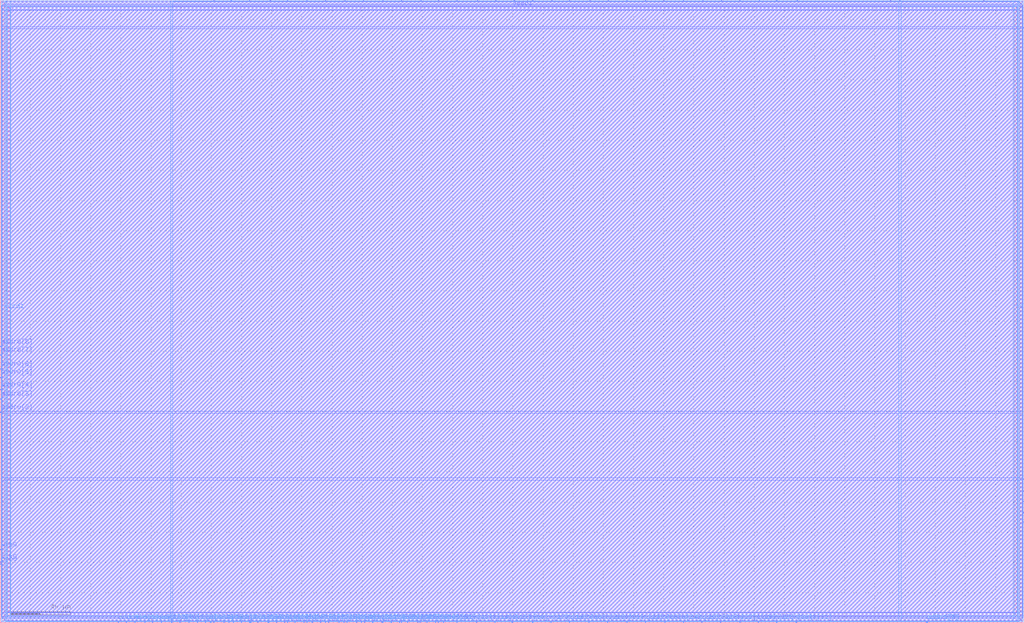
<source format=lef>
VERSION 5.4 ;
NAMESCASESENSITIVE ON ;
BUSBITCHARS "[]" ;
DIVIDERCHAR "/" ;
UNITS
  DATABASE MICRONS 2000 ;
END UNITS
MACRO sky130_sram_2kbyte_1rw1r_32x512_8
   CLASS BLOCK ;
   SIZE 679.02 BY 413.14 ;
   SYMMETRY X Y R90 ;
   PIN din0[0]
      DIRECTION INPUT ;
      PORT
         LAYER met4 ;
         RECT  113.56 0.0 113.94 0.38 ;
      END
   END din0[0]
   PIN din0[1]
      DIRECTION INPUT ;
      PORT
         LAYER met4 ;
         RECT  119.0 0.0 119.38 0.38 ;
      END
   END din0[1]
   PIN din0[2]
      DIRECTION INPUT ;
      PORT
         LAYER met4 ;
         RECT  125.12 0.0 125.5 0.38 ;
      END
   END din0[2]
   PIN din0[3]
      DIRECTION INPUT ;
      PORT
         LAYER met4 ;
         RECT  130.56 0.0 130.94 0.38 ;
      END
   END din0[3]
   PIN din0[4]
      DIRECTION INPUT ;
      PORT
         LAYER met4 ;
         RECT  136.0 0.0 136.38 0.38 ;
      END
   END din0[4]
   PIN din0[5]
      DIRECTION INPUT ;
      PORT
         LAYER met4 ;
         RECT  141.44 0.0 141.82 0.38 ;
      END
   END din0[5]
   PIN din0[6]
      DIRECTION INPUT ;
      PORT
         LAYER met4 ;
         RECT  148.24 0.0 148.62 0.38 ;
      END
   END din0[6]
   PIN din0[7]
      DIRECTION INPUT ;
      PORT
         LAYER met4 ;
         RECT  154.36 0.0 154.74 0.38 ;
      END
   END din0[7]
   PIN din0[8]
      DIRECTION INPUT ;
      PORT
         LAYER met4 ;
         RECT  159.8 0.0 160.18 0.38 ;
      END
   END din0[8]
   PIN din0[9]
      DIRECTION INPUT ;
      PORT
         LAYER met4 ;
         RECT  165.24 0.0 165.62 0.38 ;
      END
   END din0[9]
   PIN din0[10]
      DIRECTION INPUT ;
      PORT
         LAYER met4 ;
         RECT  170.68 0.0 171.06 0.38 ;
      END
   END din0[10]
   PIN din0[11]
      DIRECTION INPUT ;
      PORT
         LAYER met4 ;
         RECT  177.48 0.0 177.86 0.38 ;
      END
   END din0[11]
   PIN din0[12]
      DIRECTION INPUT ;
      PORT
         LAYER met4 ;
         RECT  182.92 0.0 183.3 0.38 ;
      END
   END din0[12]
   PIN din0[13]
      DIRECTION INPUT ;
      PORT
         LAYER met4 ;
         RECT  188.36 0.0 188.74 0.38 ;
      END
   END din0[13]
   PIN din0[14]
      DIRECTION INPUT ;
      PORT
         LAYER met4 ;
         RECT  195.16 0.0 195.54 0.38 ;
      END
   END din0[14]
   PIN din0[15]
      DIRECTION INPUT ;
      PORT
         LAYER met4 ;
         RECT  201.28 0.0 201.66 0.38 ;
      END
   END din0[15]
   PIN din0[16]
      DIRECTION INPUT ;
      PORT
         LAYER met4 ;
         RECT  206.72 0.0 207.1 0.38 ;
      END
   END din0[16]
   PIN din0[17]
      DIRECTION INPUT ;
      PORT
         LAYER met4 ;
         RECT  212.16 0.0 212.54 0.38 ;
      END
   END din0[17]
   PIN din0[18]
      DIRECTION INPUT ;
      PORT
         LAYER met4 ;
         RECT  217.6 0.0 217.98 0.38 ;
      END
   END din0[18]
   PIN din0[19]
      DIRECTION INPUT ;
      PORT
         LAYER met4 ;
         RECT  224.4 0.0 224.78 0.38 ;
      END
   END din0[19]
   PIN din0[20]
      DIRECTION INPUT ;
      PORT
         LAYER met4 ;
         RECT  229.84 0.0 230.22 0.38 ;
      END
   END din0[20]
   PIN din0[21]
      DIRECTION INPUT ;
      PORT
         LAYER met4 ;
         RECT  235.96 0.0 236.34 0.38 ;
      END
   END din0[21]
   PIN din0[22]
      DIRECTION INPUT ;
      PORT
         LAYER met4 ;
         RECT  241.4 0.0 241.78 0.38 ;
      END
   END din0[22]
   PIN din0[23]
      DIRECTION INPUT ;
      PORT
         LAYER met4 ;
         RECT  246.84 0.0 247.22 0.38 ;
      END
   END din0[23]
   PIN din0[24]
      DIRECTION INPUT ;
      PORT
         LAYER met4 ;
         RECT  253.64 0.0 254.02 0.38 ;
      END
   END din0[24]
   PIN din0[25]
      DIRECTION INPUT ;
      PORT
         LAYER met4 ;
         RECT  259.08 0.0 259.46 0.38 ;
      END
   END din0[25]
   PIN din0[26]
      DIRECTION INPUT ;
      PORT
         LAYER met4 ;
         RECT  264.52 0.0 264.9 0.38 ;
      END
   END din0[26]
   PIN din0[27]
      DIRECTION INPUT ;
      PORT
         LAYER met4 ;
         RECT  269.96 0.0 270.34 0.38 ;
      END
   END din0[27]
   PIN din0[28]
      DIRECTION INPUT ;
      PORT
         LAYER met4 ;
         RECT  276.76 0.0 277.14 0.38 ;
      END
   END din0[28]
   PIN din0[29]
      DIRECTION INPUT ;
      PORT
         LAYER met4 ;
         RECT  282.88 0.0 283.26 0.38 ;
      END
   END din0[29]
   PIN din0[30]
      DIRECTION INPUT ;
      PORT
         LAYER met4 ;
         RECT  288.32 0.0 288.7 0.38 ;
      END
   END din0[30]
   PIN din0[31]
      DIRECTION INPUT ;
      PORT
         LAYER met4 ;
         RECT  293.76 0.0 294.14 0.38 ;
      END
   END din0[31]
   PIN addr0[0]
      DIRECTION INPUT ;
      PORT
         LAYER met4 ;
         RECT  78.2 0.0 78.58 0.38 ;
      END
   END addr0[0]
   PIN addr0[1]
      DIRECTION INPUT ;
      PORT
         LAYER met4 ;
         RECT  83.64 0.0 84.02 0.38 ;
      END
   END addr0[1]
   PIN addr0[2]
      DIRECTION INPUT ;
      PORT
         LAYER met3 ;
         RECT  0.0 139.4 0.38 139.78 ;
      END
   END addr0[2]
   PIN addr0[3]
      DIRECTION INPUT ;
      PORT
         LAYER met3 ;
         RECT  0.0 148.24 0.38 148.62 ;
      END
   END addr0[3]
   PIN addr0[4]
      DIRECTION INPUT ;
      PORT
         LAYER met3 ;
         RECT  0.0 154.36 0.38 154.74 ;
      END
   END addr0[4]
   PIN addr0[5]
      DIRECTION INPUT ;
      PORT
         LAYER met3 ;
         RECT  0.0 162.52 0.38 162.9 ;
      END
   END addr0[5]
   PIN addr0[6]
      DIRECTION INPUT ;
      PORT
         LAYER met3 ;
         RECT  0.0 167.96 0.38 168.34 ;
      END
   END addr0[6]
   PIN addr0[7]
      DIRECTION INPUT ;
      PORT
         LAYER met3 ;
         RECT  0.0 177.48 0.38 177.86 ;
      END
   END addr0[7]
   PIN addr0[8]
      DIRECTION INPUT ;
      PORT
         LAYER met3 ;
         RECT  0.0 182.92 0.38 183.3 ;
      END
   END addr0[8]
   PIN addr1[0]
      DIRECTION INPUT ;
      PORT
         LAYER met4 ;
         RECT  596.36 412.76 596.74 413.14 ;
      END
   END addr1[0]
   PIN addr1[1]
      DIRECTION INPUT ;
      PORT
         LAYER met4 ;
         RECT  590.24 412.76 590.62 413.14 ;
      END
   END addr1[1]
   PIN addr1[2]
      DIRECTION INPUT ;
      PORT
         LAYER met3 ;
         RECT  678.64 95.2 679.02 95.58 ;
      END
   END addr1[2]
   PIN addr1[3]
      DIRECTION INPUT ;
      PORT
         LAYER met3 ;
         RECT  678.64 87.04 679.02 87.42 ;
      END
   END addr1[3]
   PIN addr1[4]
      DIRECTION INPUT ;
      PORT
         LAYER met3 ;
         RECT  678.64 80.24 679.02 80.62 ;
      END
   END addr1[4]
   PIN addr1[5]
      DIRECTION INPUT ;
      PORT
         LAYER met3 ;
         RECT  678.64 72.76 679.02 73.14 ;
      END
   END addr1[5]
   PIN addr1[6]
      DIRECTION INPUT ;
      PORT
         LAYER met3 ;
         RECT  678.64 66.64 679.02 67.02 ;
      END
   END addr1[6]
   PIN addr1[7]
      DIRECTION INPUT ;
      PORT
         LAYER met4 ;
         RECT  614.04 0.0 614.42 0.38 ;
      END
   END addr1[7]
   PIN addr1[8]
      DIRECTION INPUT ;
      PORT
         LAYER met4 ;
         RECT  614.72 0.0 615.1 0.38 ;
      END
   END addr1[8]
   PIN csb0
      DIRECTION INPUT ;
      PORT
         LAYER met3 ;
         RECT  0.0 38.76 0.38 39.14 ;
      END
   END csb0
   PIN csb1
      DIRECTION INPUT ;
      PORT
         LAYER met3 ;
         RECT  678.64 394.4 679.02 394.78 ;
      END
   END csb1
   PIN web0
      DIRECTION INPUT ;
      PORT
         LAYER met3 ;
         RECT  0.0 48.28 0.38 48.66 ;
      END
   END web0
   PIN clk0
      DIRECTION INPUT ;
      PORT
         LAYER met3 ;
         RECT  0.0 40.12 0.38 40.5 ;
      END
   END clk0
   PIN clk1
      DIRECTION INPUT ;
      PORT
         LAYER met4 ;
         RECT  652.12 412.76 652.5 413.14 ;
      END
   END clk1
   PIN wmask0[0]
      DIRECTION INPUT ;
      PORT
         LAYER met4 ;
         RECT  89.08 0.0 89.46 0.38 ;
      END
   END wmask0[0]
   PIN wmask0[1]
      DIRECTION INPUT ;
      PORT
         LAYER met4 ;
         RECT  95.88 0.0 96.26 0.38 ;
      END
   END wmask0[1]
   PIN wmask0[2]
      DIRECTION INPUT ;
      PORT
         LAYER met4 ;
         RECT  100.64 0.0 101.02 0.38 ;
      END
   END wmask0[2]
   PIN wmask0[3]
      DIRECTION INPUT ;
      PORT
         LAYER met4 ;
         RECT  106.76 0.0 107.14 0.38 ;
      END
   END wmask0[3]
   PIN dout0[0]
      DIRECTION OUTPUT ;
      PORT
         LAYER met4 ;
         RECT  139.4 0.0 139.78 0.38 ;
      END
   END dout0[0]
   PIN dout0[1]
      DIRECTION OUTPUT ;
      PORT
         LAYER met4 ;
         RECT  151.64 0.0 152.02 0.38 ;
      END
   END dout0[1]
   PIN dout0[2]
      DIRECTION OUTPUT ;
      PORT
         LAYER met4 ;
         RECT  165.92 0.0 166.3 0.38 ;
      END
   END dout0[2]
   PIN dout0[3]
      DIRECTION OUTPUT ;
      PORT
         LAYER met4 ;
         RECT  178.16 0.0 178.54 0.38 ;
      END
   END dout0[3]
   PIN dout0[4]
      DIRECTION OUTPUT ;
      PORT
         LAYER met4 ;
         RECT  190.4 0.0 190.78 0.38 ;
      END
   END dout0[4]
   PIN dout0[5]
      DIRECTION OUTPUT ;
      PORT
         LAYER met4 ;
         RECT  203.32 0.0 203.7 0.38 ;
      END
   END dout0[5]
   PIN dout0[6]
      DIRECTION OUTPUT ;
      PORT
         LAYER met4 ;
         RECT  215.56 0.0 215.94 0.38 ;
      END
   END dout0[6]
   PIN dout0[7]
      DIRECTION OUTPUT ;
      PORT
         LAYER met4 ;
         RECT  227.8 0.0 228.18 0.38 ;
      END
   END dout0[7]
   PIN dout0[8]
      DIRECTION OUTPUT ;
      PORT
         LAYER met4 ;
         RECT  239.36 0.0 239.74 0.38 ;
      END
   END dout0[8]
   PIN dout0[9]
      DIRECTION OUTPUT ;
      PORT
         LAYER met4 ;
         RECT  252.96 0.0 253.34 0.38 ;
      END
   END dout0[9]
   PIN dout0[10]
      DIRECTION OUTPUT ;
      PORT
         LAYER met4 ;
         RECT  265.88 0.0 266.26 0.38 ;
      END
   END dout0[10]
   PIN dout0[11]
      DIRECTION OUTPUT ;
      PORT
         LAYER met4 ;
         RECT  278.12 0.0 278.5 0.38 ;
      END
   END dout0[11]
   PIN dout0[12]
      DIRECTION OUTPUT ;
      PORT
         LAYER met4 ;
         RECT  290.36 0.0 290.74 0.38 ;
      END
   END dout0[12]
   PIN dout0[13]
      DIRECTION OUTPUT ;
      PORT
         LAYER met4 ;
         RECT  302.6 0.0 302.98 0.38 ;
      END
   END dout0[13]
   PIN dout0[14]
      DIRECTION OUTPUT ;
      PORT
         LAYER met4 ;
         RECT  315.52 0.0 315.9 0.38 ;
      END
   END dout0[14]
   PIN dout0[15]
      DIRECTION OUTPUT ;
      PORT
         LAYER met4 ;
         RECT  327.76 0.0 328.14 0.38 ;
      END
   END dout0[15]
   PIN dout0[16]
      DIRECTION OUTPUT ;
      PORT
         LAYER met4 ;
         RECT  339.32 0.0 339.7 0.38 ;
      END
   END dout0[16]
   PIN dout0[17]
      DIRECTION OUTPUT ;
      PORT
         LAYER met4 ;
         RECT  352.92 0.0 353.3 0.38 ;
      END
   END dout0[17]
   PIN dout0[18]
      DIRECTION OUTPUT ;
      PORT
         LAYER met4 ;
         RECT  365.16 0.0 365.54 0.38 ;
      END
   END dout0[18]
   PIN dout0[19]
      DIRECTION OUTPUT ;
      PORT
         LAYER met4 ;
         RECT  377.4 0.0 377.78 0.38 ;
      END
   END dout0[19]
   PIN dout0[20]
      DIRECTION OUTPUT ;
      PORT
         LAYER met4 ;
         RECT  390.32 0.0 390.7 0.38 ;
      END
   END dout0[20]
   PIN dout0[21]
      DIRECTION OUTPUT ;
      PORT
         LAYER met4 ;
         RECT  402.56 0.0 402.94 0.38 ;
      END
   END dout0[21]
   PIN dout0[22]
      DIRECTION OUTPUT ;
      PORT
         LAYER met4 ;
         RECT  415.48 0.0 415.86 0.38 ;
      END
   END dout0[22]
   PIN dout0[23]
      DIRECTION OUTPUT ;
      PORT
         LAYER met4 ;
         RECT  427.72 0.0 428.1 0.38 ;
      END
   END dout0[23]
   PIN dout0[24]
      DIRECTION OUTPUT ;
      PORT
         LAYER met4 ;
         RECT  440.64 0.0 441.02 0.38 ;
      END
   END dout0[24]
   PIN dout0[25]
      DIRECTION OUTPUT ;
      PORT
         LAYER met4 ;
         RECT  452.88 0.0 453.26 0.38 ;
      END
   END dout0[25]
   PIN dout0[26]
      DIRECTION OUTPUT ;
      PORT
         LAYER met4 ;
         RECT  465.12 0.0 465.5 0.38 ;
      END
   END dout0[26]
   PIN dout0[27]
      DIRECTION OUTPUT ;
      PORT
         LAYER met4 ;
         RECT  477.36 0.0 477.74 0.38 ;
      END
   END dout0[27]
   PIN dout0[28]
      DIRECTION OUTPUT ;
      PORT
         LAYER met4 ;
         RECT  490.28 0.0 490.66 0.38 ;
      END
   END dout0[28]
   PIN dout0[29]
      DIRECTION OUTPUT ;
      PORT
         LAYER met4 ;
         RECT  502.52 0.0 502.9 0.38 ;
      END
   END dout0[29]
   PIN dout0[30]
      DIRECTION OUTPUT ;
      PORT
         LAYER met4 ;
         RECT  514.76 0.0 515.14 0.38 ;
      END
   END dout0[30]
   PIN dout0[31]
      DIRECTION OUTPUT ;
      PORT
         LAYER met4 ;
         RECT  527.68 0.0 528.06 0.38 ;
      END
   END dout0[31]
   PIN dout1[0]
      DIRECTION OUTPUT ;
      PORT
         LAYER met4 ;
         RECT  141.44 412.76 141.82 413.14 ;
      END
   END dout1[0]
   PIN dout1[1]
      DIRECTION OUTPUT ;
      PORT
         LAYER met4 ;
         RECT  153.0 412.76 153.38 413.14 ;
      END
   END dout1[1]
   PIN dout1[2]
      DIRECTION OUTPUT ;
      PORT
         LAYER met4 ;
         RECT  165.24 412.76 165.62 413.14 ;
      END
   END dout1[2]
   PIN dout1[3]
      DIRECTION OUTPUT ;
      PORT
         LAYER met4 ;
         RECT  178.84 412.76 179.22 413.14 ;
      END
   END dout1[3]
   PIN dout1[4]
      DIRECTION OUTPUT ;
      PORT
         LAYER met4 ;
         RECT  190.4 412.76 190.78 413.14 ;
      END
   END dout1[4]
   PIN dout1[5]
      DIRECTION OUTPUT ;
      PORT
         LAYER met4 ;
         RECT  203.32 412.76 203.7 413.14 ;
      END
   END dout1[5]
   PIN dout1[6]
      DIRECTION OUTPUT ;
      PORT
         LAYER met4 ;
         RECT  215.56 412.76 215.94 413.14 ;
      END
   END dout1[6]
   PIN dout1[7]
      DIRECTION OUTPUT ;
      PORT
         LAYER met4 ;
         RECT  228.48 412.76 228.86 413.14 ;
      END
   END dout1[7]
   PIN dout1[8]
      DIRECTION OUTPUT ;
      PORT
         LAYER met4 ;
         RECT  240.72 412.76 241.1 413.14 ;
      END
   END dout1[8]
   PIN dout1[9]
      DIRECTION OUTPUT ;
      PORT
         LAYER met4 ;
         RECT  253.64 412.76 254.02 413.14 ;
      END
   END dout1[9]
   PIN dout1[10]
      DIRECTION OUTPUT ;
      PORT
         LAYER met4 ;
         RECT  265.88 412.76 266.26 413.14 ;
      END
   END dout1[10]
   PIN dout1[11]
      DIRECTION OUTPUT ;
      PORT
         LAYER met4 ;
         RECT  278.8 412.76 279.18 413.14 ;
      END
   END dout1[11]
   PIN dout1[12]
      DIRECTION OUTPUT ;
      PORT
         LAYER met4 ;
         RECT  290.36 412.76 290.74 413.14 ;
      END
   END dout1[12]
   PIN dout1[13]
      DIRECTION OUTPUT ;
      PORT
         LAYER met4 ;
         RECT  302.6 412.76 302.98 413.14 ;
      END
   END dout1[13]
   PIN dout1[14]
      DIRECTION OUTPUT ;
      PORT
         LAYER met4 ;
         RECT  316.2 412.76 316.58 413.14 ;
      END
   END dout1[14]
   PIN dout1[15]
      DIRECTION OUTPUT ;
      PORT
         LAYER met4 ;
         RECT  328.44 412.76 328.82 413.14 ;
      END
   END dout1[15]
   PIN dout1[16]
      DIRECTION OUTPUT ;
      PORT
         LAYER met4 ;
         RECT  340.68 412.76 341.06 413.14 ;
      END
   END dout1[16]
   PIN dout1[17]
      DIRECTION OUTPUT ;
      PORT
         LAYER met4 ;
         RECT  352.92 412.76 353.3 413.14 ;
      END
   END dout1[17]
   PIN dout1[18]
      DIRECTION OUTPUT ;
      PORT
         LAYER met4 ;
         RECT  365.84 412.76 366.22 413.14 ;
      END
   END dout1[18]
   PIN dout1[19]
      DIRECTION OUTPUT ;
      PORT
         LAYER met4 ;
         RECT  377.4 412.76 377.78 413.14 ;
      END
   END dout1[19]
   PIN dout1[20]
      DIRECTION OUTPUT ;
      PORT
         LAYER met4 ;
         RECT  391.0 412.76 391.38 413.14 ;
      END
   END dout1[20]
   PIN dout1[21]
      DIRECTION OUTPUT ;
      PORT
         LAYER met4 ;
         RECT  403.24 412.76 403.62 413.14 ;
      END
   END dout1[21]
   PIN dout1[22]
      DIRECTION OUTPUT ;
      PORT
         LAYER met4 ;
         RECT  415.48 412.76 415.86 413.14 ;
      END
   END dout1[22]
   PIN dout1[23]
      DIRECTION OUTPUT ;
      PORT
         LAYER met4 ;
         RECT  427.72 412.76 428.1 413.14 ;
      END
   END dout1[23]
   PIN dout1[24]
      DIRECTION OUTPUT ;
      PORT
         LAYER met4 ;
         RECT  439.96 412.76 440.34 413.14 ;
      END
   END dout1[24]
   PIN dout1[25]
      DIRECTION OUTPUT ;
      PORT
         LAYER met4 ;
         RECT  452.88 412.76 453.26 413.14 ;
      END
   END dout1[25]
   PIN dout1[26]
      DIRECTION OUTPUT ;
      PORT
         LAYER met4 ;
         RECT  465.8 412.76 466.18 413.14 ;
      END
   END dout1[26]
   PIN dout1[27]
      DIRECTION OUTPUT ;
      PORT
         LAYER met4 ;
         RECT  478.04 412.76 478.42 413.14 ;
      END
   END dout1[27]
   PIN dout1[28]
      DIRECTION OUTPUT ;
      PORT
         LAYER met4 ;
         RECT  490.28 412.76 490.66 413.14 ;
      END
   END dout1[28]
   PIN dout1[29]
      DIRECTION OUTPUT ;
      PORT
         LAYER met4 ;
         RECT  503.2 412.76 503.58 413.14 ;
      END
   END dout1[29]
   PIN dout1[30]
      DIRECTION OUTPUT ;
      PORT
         LAYER met4 ;
         RECT  514.76 412.76 515.14 413.14 ;
      END
   END dout1[30]
   PIN dout1[31]
      DIRECTION OUTPUT ;
      PORT
         LAYER met4 ;
         RECT  528.36 412.76 528.74 413.14 ;
      END
   END dout1[31]
   PIN vccd1
      DIRECTION INOUT ;
      USE POWER ; 
      SHAPE ABUTMENT ; 
      PORT
         LAYER met3 ;
         RECT  1.36 1.36 677.66 3.1 ;
         LAYER met4 ;
         RECT  675.92 1.36 677.66 411.78 ;
         LAYER met4 ;
         RECT  1.36 1.36 3.1 411.78 ;
         LAYER met3 ;
         RECT  1.36 410.04 677.66 411.78 ;
      END
   END vccd1
   PIN vssd1
      DIRECTION INOUT ;
      USE GROUND ; 
      SHAPE ABUTMENT ; 
      PORT
         LAYER met3 ;
         RECT  4.76 4.76 674.26 6.5 ;
         LAYER met4 ;
         RECT  4.76 4.76 6.5 408.38 ;
         LAYER met3 ;
         RECT  4.76 406.64 674.26 408.38 ;
         LAYER met4 ;
         RECT  672.52 4.76 674.26 408.38 ;
      END
   END vssd1
   OBS
   LAYER  met1 ;
      RECT  0.62 0.62 678.4 412.52 ;
   LAYER  met2 ;
      RECT  0.62 0.62 678.4 412.52 ;
   LAYER  met3 ;
      RECT  0.98 138.8 678.4 140.38 ;
      RECT  0.62 140.38 0.98 147.64 ;
      RECT  0.62 149.22 0.98 153.76 ;
      RECT  0.62 155.34 0.98 161.92 ;
      RECT  0.62 163.5 0.98 167.36 ;
      RECT  0.62 168.94 0.98 176.88 ;
      RECT  0.62 178.46 0.98 182.32 ;
      RECT  0.98 94.6 678.04 96.18 ;
      RECT  0.98 96.18 678.04 138.8 ;
      RECT  678.04 96.18 678.4 138.8 ;
      RECT  678.04 88.02 678.4 94.6 ;
      RECT  678.04 81.22 678.4 86.44 ;
      RECT  678.04 73.74 678.4 79.64 ;
      RECT  678.04 67.62 678.4 72.16 ;
      RECT  0.98 140.38 678.04 393.8 ;
      RECT  0.98 393.8 678.04 395.38 ;
      RECT  678.04 140.38 678.4 393.8 ;
      RECT  0.62 49.26 0.98 138.8 ;
      RECT  0.62 41.1 0.98 47.68 ;
      RECT  0.98 0.62 678.04 0.76 ;
      RECT  678.04 0.62 678.26 0.76 ;
      RECT  678.04 3.7 678.26 66.04 ;
      RECT  678.26 0.62 678.4 0.76 ;
      RECT  678.26 0.76 678.4 3.7 ;
      RECT  678.26 3.7 678.4 66.04 ;
      RECT  0.62 0.62 0.76 0.76 ;
      RECT  0.62 0.76 0.76 3.7 ;
      RECT  0.62 3.7 0.76 38.16 ;
      RECT  0.76 0.62 0.98 0.76 ;
      RECT  0.76 3.7 0.98 38.16 ;
      RECT  0.62 183.9 0.76 409.44 ;
      RECT  0.62 409.44 0.76 412.38 ;
      RECT  0.62 412.38 0.76 412.52 ;
      RECT  0.76 183.9 0.98 409.44 ;
      RECT  0.76 412.38 0.98 412.52 ;
      RECT  0.98 412.38 678.04 412.52 ;
      RECT  678.04 395.38 678.26 409.44 ;
      RECT  678.04 412.38 678.26 412.52 ;
      RECT  678.26 395.38 678.4 409.44 ;
      RECT  678.26 409.44 678.4 412.38 ;
      RECT  678.26 412.38 678.4 412.52 ;
      RECT  0.98 3.7 4.16 4.16 ;
      RECT  0.98 4.16 4.16 7.1 ;
      RECT  0.98 7.1 4.16 94.6 ;
      RECT  4.16 3.7 674.86 4.16 ;
      RECT  4.16 7.1 674.86 94.6 ;
      RECT  674.86 3.7 678.04 4.16 ;
      RECT  674.86 4.16 678.04 7.1 ;
      RECT  674.86 7.1 678.04 94.6 ;
      RECT  0.98 395.38 4.16 406.04 ;
      RECT  0.98 406.04 4.16 408.98 ;
      RECT  0.98 408.98 4.16 409.44 ;
      RECT  4.16 395.38 674.86 406.04 ;
      RECT  4.16 408.98 674.86 409.44 ;
      RECT  674.86 395.38 678.04 406.04 ;
      RECT  674.86 406.04 678.04 408.98 ;
      RECT  674.86 408.98 678.04 409.44 ;
   LAYER  met4 ;
      RECT  112.96 0.98 114.54 412.52 ;
      RECT  114.54 0.62 118.4 0.98 ;
      RECT  119.98 0.62 124.52 0.98 ;
      RECT  126.1 0.62 129.96 0.98 ;
      RECT  131.54 0.62 135.4 0.98 ;
      RECT  142.42 0.62 147.64 0.98 ;
      RECT  155.34 0.62 159.2 0.98 ;
      RECT  160.78 0.62 164.64 0.98 ;
      RECT  171.66 0.62 176.88 0.98 ;
      RECT  183.9 0.62 187.76 0.98 ;
      RECT  196.14 0.62 200.68 0.98 ;
      RECT  207.7 0.62 211.56 0.98 ;
      RECT  218.58 0.62 223.8 0.98 ;
      RECT  230.82 0.62 235.36 0.98 ;
      RECT  242.38 0.62 246.24 0.98 ;
      RECT  254.62 0.62 258.48 0.98 ;
      RECT  260.06 0.62 263.92 0.98 ;
      RECT  270.94 0.62 276.16 0.98 ;
      RECT  283.86 0.62 287.72 0.98 ;
      RECT  79.18 0.62 83.04 0.98 ;
      RECT  114.54 0.98 595.76 412.16 ;
      RECT  595.76 0.98 597.34 412.16 ;
      RECT  591.22 412.16 595.76 412.52 ;
      RECT  597.34 412.16 651.52 412.52 ;
      RECT  84.62 0.62 88.48 0.98 ;
      RECT  90.06 0.62 95.28 0.98 ;
      RECT  96.86 0.62 100.04 0.98 ;
      RECT  101.62 0.62 106.16 0.98 ;
      RECT  107.74 0.62 112.96 0.98 ;
      RECT  136.98 0.62 138.8 0.98 ;
      RECT  140.38 0.62 140.84 0.98 ;
      RECT  149.22 0.62 151.04 0.98 ;
      RECT  152.62 0.62 153.76 0.98 ;
      RECT  166.9 0.62 170.08 0.98 ;
      RECT  179.14 0.62 182.32 0.98 ;
      RECT  189.34 0.62 189.8 0.98 ;
      RECT  191.38 0.62 194.56 0.98 ;
      RECT  202.26 0.62 202.72 0.98 ;
      RECT  204.3 0.62 206.12 0.98 ;
      RECT  213.14 0.62 214.96 0.98 ;
      RECT  216.54 0.62 217.0 0.98 ;
      RECT  225.38 0.62 227.2 0.98 ;
      RECT  228.78 0.62 229.24 0.98 ;
      RECT  236.94 0.62 238.76 0.98 ;
      RECT  240.34 0.62 240.8 0.98 ;
      RECT  247.82 0.62 252.36 0.98 ;
      RECT  266.86 0.62 269.36 0.98 ;
      RECT  279.1 0.62 282.28 0.98 ;
      RECT  289.3 0.62 289.76 0.98 ;
      RECT  291.34 0.62 293.16 0.98 ;
      RECT  294.74 0.62 302.0 0.98 ;
      RECT  303.58 0.62 314.92 0.98 ;
      RECT  316.5 0.62 327.16 0.98 ;
      RECT  328.74 0.62 338.72 0.98 ;
      RECT  340.3 0.62 352.32 0.98 ;
      RECT  353.9 0.62 364.56 0.98 ;
      RECT  366.14 0.62 376.8 0.98 ;
      RECT  378.38 0.62 389.72 0.98 ;
      RECT  391.3 0.62 401.96 0.98 ;
      RECT  403.54 0.62 414.88 0.98 ;
      RECT  416.46 0.62 427.12 0.98 ;
      RECT  428.7 0.62 440.04 0.98 ;
      RECT  441.62 0.62 452.28 0.98 ;
      RECT  453.86 0.62 464.52 0.98 ;
      RECT  466.1 0.62 476.76 0.98 ;
      RECT  478.34 0.62 489.68 0.98 ;
      RECT  491.26 0.62 501.92 0.98 ;
      RECT  503.5 0.62 514.16 0.98 ;
      RECT  515.74 0.62 527.08 0.98 ;
      RECT  528.66 0.62 613.44 0.98 ;
      RECT  114.54 412.16 140.84 412.52 ;
      RECT  142.42 412.16 152.4 412.52 ;
      RECT  153.98 412.16 164.64 412.52 ;
      RECT  166.22 412.16 178.24 412.52 ;
      RECT  179.82 412.16 189.8 412.52 ;
      RECT  191.38 412.16 202.72 412.52 ;
      RECT  204.3 412.16 214.96 412.52 ;
      RECT  216.54 412.16 227.88 412.52 ;
      RECT  229.46 412.16 240.12 412.52 ;
      RECT  241.7 412.16 253.04 412.52 ;
      RECT  254.62 412.16 265.28 412.52 ;
      RECT  266.86 412.16 278.2 412.52 ;
      RECT  279.78 412.16 289.76 412.52 ;
      RECT  291.34 412.16 302.0 412.52 ;
      RECT  303.58 412.16 315.6 412.52 ;
      RECT  317.18 412.16 327.84 412.52 ;
      RECT  329.42 412.16 340.08 412.52 ;
      RECT  341.66 412.16 352.32 412.52 ;
      RECT  353.9 412.16 365.24 412.52 ;
      RECT  366.82 412.16 376.8 412.52 ;
      RECT  378.38 412.16 390.4 412.52 ;
      RECT  391.98 412.16 402.64 412.52 ;
      RECT  404.22 412.16 414.88 412.52 ;
      RECT  416.46 412.16 427.12 412.52 ;
      RECT  428.7 412.16 439.36 412.52 ;
      RECT  440.94 412.16 452.28 412.52 ;
      RECT  453.86 412.16 465.2 412.52 ;
      RECT  466.78 412.16 477.44 412.52 ;
      RECT  479.02 412.16 489.68 412.52 ;
      RECT  491.26 412.16 502.6 412.52 ;
      RECT  504.18 412.16 514.16 412.52 ;
      RECT  515.74 412.16 527.76 412.52 ;
      RECT  529.34 412.16 589.64 412.52 ;
      RECT  678.26 0.98 678.4 412.16 ;
      RECT  615.7 0.62 675.32 0.76 ;
      RECT  615.7 0.76 675.32 0.98 ;
      RECT  675.32 0.62 678.26 0.76 ;
      RECT  678.26 0.62 678.4 0.76 ;
      RECT  678.26 0.76 678.4 0.98 ;
      RECT  653.1 412.16 675.32 412.38 ;
      RECT  653.1 412.38 675.32 412.52 ;
      RECT  675.32 412.38 678.26 412.52 ;
      RECT  678.26 412.16 678.4 412.38 ;
      RECT  678.26 412.38 678.4 412.52 ;
      RECT  0.62 0.98 0.76 412.38 ;
      RECT  0.62 412.38 0.76 412.52 ;
      RECT  0.76 412.38 3.7 412.52 ;
      RECT  3.7 412.38 112.96 412.52 ;
      RECT  0.62 0.62 0.76 0.76 ;
      RECT  0.62 0.76 0.76 0.98 ;
      RECT  0.76 0.62 3.7 0.76 ;
      RECT  3.7 0.62 77.6 0.76 ;
      RECT  3.7 0.76 77.6 0.98 ;
      RECT  3.7 0.98 4.16 4.16 ;
      RECT  3.7 4.16 4.16 408.98 ;
      RECT  3.7 408.98 4.16 412.38 ;
      RECT  4.16 0.98 7.1 4.16 ;
      RECT  4.16 408.98 7.1 412.38 ;
      RECT  7.1 0.98 112.96 4.16 ;
      RECT  7.1 4.16 112.96 408.98 ;
      RECT  7.1 408.98 112.96 412.38 ;
      RECT  597.34 0.98 671.92 4.16 ;
      RECT  597.34 4.16 671.92 408.98 ;
      RECT  597.34 408.98 671.92 412.16 ;
      RECT  671.92 0.98 674.86 4.16 ;
      RECT  671.92 408.98 674.86 412.16 ;
      RECT  674.86 0.98 675.32 4.16 ;
      RECT  674.86 4.16 675.32 408.98 ;
      RECT  674.86 408.98 675.32 412.16 ;
   END
END    sky130_sram_2kbyte_1rw1r_32x512_8
END    LIBRARY

</source>
